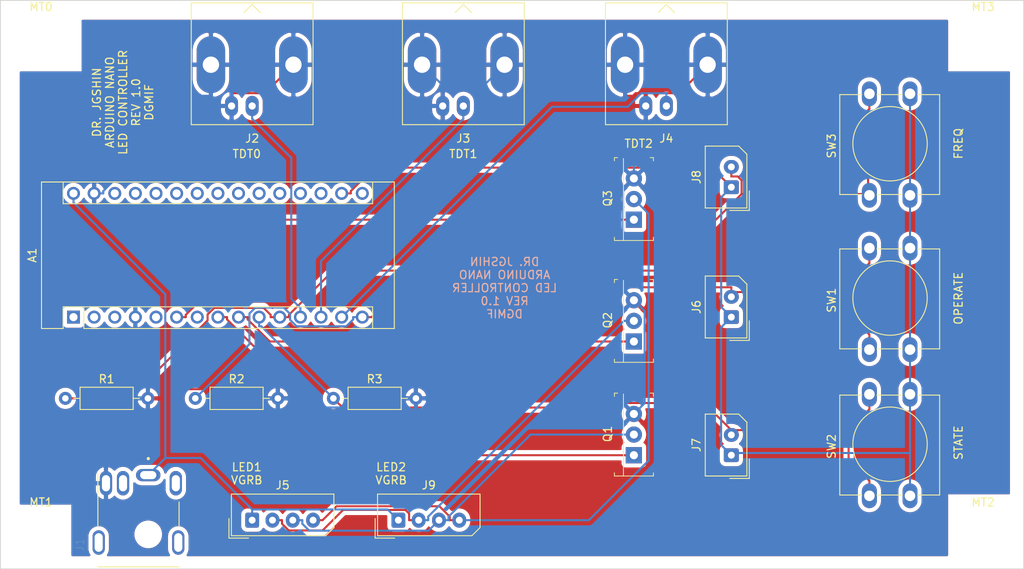
<source format=kicad_pcb>
(kicad_pcb (version 20171130) (host pcbnew "(5.1.6)-1")
  (layers (0 F.Cu signal hide) (31 B.Cu signal hide) (34 B.Paste user) (35 F.Paste user) (36 B.SilkS user) (37 F.SilkS user) (38 B.Mask user) (39 F.Mask user) (44 Edge.Cuts user))
  (net 0 "")
  (net 1 "Net-(A1-Pad16)")
  (net 2 /OPERATE)
  (net 3 +12V)
  (net 4 /TDTPIN2)
  (net 5 GND)
  (net 6 /TDTPIN1)
  (net 7 "Net-(A1-Pad28)")
  (net 8 /TDTPIN0)
  (net 9 +5V)
  (net 10 /FREQ)
  (net 11 "Net-(A1-Pad26)")
  (net 12 /STATE)
  (net 13 "Net-(A1-Pad25)")
  (net 14 /GREENPIN)
  (net 15 "Net-(A1-Pad24)")
  (net 16 /REDPIN)
  (net 17 "Net-(A1-Pad23)")
  (net 18 "Net-(A1-Pad7)")
  (net 19 "Net-(A1-Pad22)")
  (net 20 /BLUEPIN)
  (net 21 "Net-(A1-Pad21)")
  (net 22 "Net-(A1-Pad5)")
  (net 23 "Net-(A1-Pad20)")
  (net 24 "Net-(A1-Pad19)")
  (net 25 "Net-(A1-Pad3)")
  (net 26 "Net-(A1-Pad18)")
  (net 27 "Net-(A1-Pad2)")
  (net 28 +3V3)
  (net 29 "Net-(A1-Pad1)")
  (net 30 /BLUELED)
  (net 31 /REDLED)
  (net 32 /GREENLED)
  (module MountingHole:MountingHole_3.2mm_M3 (layer F.Cu) (at 191 136)
    (fp_text reference MT2 (at 0 -4.2) (layer F.SilkS))
    (fp_text value MountingHole_3.2mm_M3)
    (pad 1 np_thru_hole circle (at 0 0) (size 3.2 3.2) (drill 3.2) (layers *.Cu *.Mask))
  )
  (module MountingHole:MountingHole_3.2mm_M3 (layer F.Cu) (at 191 75)
    (fp_text reference MT3 (at 0 -4.2) (layer F.SilkS))
    (fp_text value MountingHole_3.2mm_M3)
    (pad 1 np_thru_hole circle (at 0 0) (size 3.2 3.2) (drill 3.2) (layers *.Cu *.Mask))
  )
  (module MountingHole:MountingHole_3.2mm_M3 (layer F.Cu) (at 75 75)
    (fp_text reference MT0 (at 0 -4.2) (layer F.SilkS))
    (fp_text value MountingHole_3.2mm_M3)
    (pad 1 np_thru_hole circle (at 0 0) (size 3.2 3.2) (drill 3.2) (layers *.Cu *.Mask))
  )
  (module MountingHole:MountingHole_3.2mm_M3 (layer F.Cu) (at 75 136)
    (fp_text reference MT1 (at 0 -4.2) (layer F.SilkS))
    (fp_text value MountingHole_3.2mm_M3)
    (pad 1 np_thru_hole circle (at 0 0) (size 3.2 3.2) (drill 3.2) (layers *.Cu *.Mask))
  )
  (module Button_Switch_THT:SW_PUSH-12mm (layer F.Cu) (at 177 94 90)
    (fp_text reference SW3 (at 6.08 -4.66 90) (layer F.SilkS))
    (fp_text value FREQ)
    (fp_line (start 0.1 -3.65) (end 12.4 -3.65) (layer F.SilkS) (width 0.12))
    (fp_line (start 12.4 0.93) (end 12.4 4.07) (layer F.SilkS) (width 0.12))
    (fp_line (start 12.4 8.65) (end 0.1 8.65) (layer F.SilkS) (width 0.12))
    (fp_line (start 0.1 -0.93) (end 0.1 -3.65) (layer F.SilkS) (width 0.12))
    (fp_circle (center 6.35 2.54) (end 10.16 5.08) (layer F.SilkS) (width 0.12))
    (fp_line (start 0.1 8.65) (end 0.1 5.93) (layer F.SilkS) (width 0.12))
    (fp_line (start 0.1 4.07) (end 0.1 0.93) (layer F.SilkS) (width 0.12))
    (fp_line (start 12.4 5.93) (end 12.4 8.65) (layer F.SilkS) (width 0.12))
    (fp_line (start 12.4 -3.65) (end 12.4 -0.93) (layer F.SilkS) (width 0.12))
    (pad 2 thru_hole oval (at 0 5 90) (size 3.048 1.85) (drill 1.3) (layers *.Cu *.Mask) (net 28 +3V3))
    (pad 1 thru_hole oval (at 0 0 90) (size 3.048 1.85) (drill 1.3) (layers *.Cu *.Mask) (net 10 /FREQ))
    (pad 2 thru_hole oval (at 12.5 5 90) (size 3.048 1.85) (drill 1.3) (layers *.Cu *.Mask) (net 28 +3V3))
    (pad 1 thru_hole oval (at 12.5 0 90) (size 3.048 1.85) (drill 1.3) (layers *.Cu *.Mask) (net 10 /FREQ))
  )
  (module Button_Switch_THT:SW_PUSH-12mm (layer F.Cu) (at 177 131 90)
    (fp_text reference SW2 (at 6.08 -4.66 90) (layer F.SilkS))
    (fp_text value STATE)
    (fp_line (start 0.1 -3.65) (end 12.4 -3.65) (layer F.SilkS) (width 0.12))
    (fp_line (start 12.4 0.93) (end 12.4 4.07) (layer F.SilkS) (width 0.12))
    (fp_line (start 12.4 8.65) (end 0.1 8.65) (layer F.SilkS) (width 0.12))
    (fp_line (start 0.1 -0.93) (end 0.1 -3.65) (layer F.SilkS) (width 0.12))
    (fp_circle (center 6.35 2.54) (end 10.16 5.08) (layer F.SilkS) (width 0.12))
    (fp_line (start 0.1 8.65) (end 0.1 5.93) (layer F.SilkS) (width 0.12))
    (fp_line (start 0.1 4.07) (end 0.1 0.93) (layer F.SilkS) (width 0.12))
    (fp_line (start 12.4 5.93) (end 12.4 8.65) (layer F.SilkS) (width 0.12))
    (fp_line (start 12.4 -3.65) (end 12.4 -0.93) (layer F.SilkS) (width 0.12))
    (pad 2 thru_hole oval (at 0 5 90) (size 3.048 1.85) (drill 1.3) (layers *.Cu *.Mask) (net 28 +3V3))
    (pad 1 thru_hole oval (at 0 0 90) (size 3.048 1.85) (drill 1.3) (layers *.Cu *.Mask) (net 12 /STATE))
    (pad 2 thru_hole oval (at 12.5 5 90) (size 3.048 1.85) (drill 1.3) (layers *.Cu *.Mask) (net 28 +3V3))
    (pad 1 thru_hole oval (at 12.5 0 90) (size 3.048 1.85) (drill 1.3) (layers *.Cu *.Mask) (net 12 /STATE))
  )
  (module Button_Switch_THT:SW_PUSH-12mm (layer F.Cu) (at 177 113 90)
    (fp_text reference SW1 (at 6.08 -4.66 90) (layer F.SilkS))
    (fp_text value OPERATE)
    (fp_line (start 0.1 -3.65) (end 12.4 -3.65) (layer F.SilkS) (width 0.12))
    (fp_line (start 12.4 0.93) (end 12.4 4.07) (layer F.SilkS) (width 0.12))
    (fp_line (start 12.4 8.65) (end 0.1 8.65) (layer F.SilkS) (width 0.12))
    (fp_line (start 0.1 -0.93) (end 0.1 -3.65) (layer F.SilkS) (width 0.12))
    (fp_circle (center 6.35 2.54) (end 10.16 5.08) (layer F.SilkS) (width 0.12))
    (fp_line (start 0.1 8.65) (end 0.1 5.93) (layer F.SilkS) (width 0.12))
    (fp_line (start 0.1 4.07) (end 0.1 0.93) (layer F.SilkS) (width 0.12))
    (fp_line (start 12.4 5.93) (end 12.4 8.65) (layer F.SilkS) (width 0.12))
    (fp_line (start 12.4 -3.65) (end 12.4 -0.93) (layer F.SilkS) (width 0.12))
    (pad 2 thru_hole oval (at 0 5 90) (size 3.048 1.85) (drill 1.3) (layers *.Cu *.Mask) (net 28 +3V3))
    (pad 1 thru_hole oval (at 0 0 90) (size 3.048 1.85) (drill 1.3) (layers *.Cu *.Mask) (net 2 /OPERATE))
    (pad 2 thru_hole oval (at 12.5 5 90) (size 3.048 1.85) (drill 1.3) (layers *.Cu *.Mask) (net 28 +3V3))
    (pad 1 thru_hole oval (at 12.5 0 90) (size 3.048 1.85) (drill 1.3) (layers *.Cu *.Mask) (net 2 /OPERATE))
  )
  (module Resistor_THT:R_Axial_DIN0207_L6.3mm_D2.5mm_P10.16mm_Horizontal (layer F.Cu) (at 111 119)
    (fp_text reference R3 (at 5.08 -2.37) (layer F.SilkS))
    (fp_text value 4.7K)
    (fp_line (start 1.81 -1.37) (end 1.81 1.37) (layer F.SilkS) (width 0.12))
    (fp_line (start 1.81 1.37) (end 8.35 1.37) (layer F.SilkS) (width 0.12))
    (fp_line (start 8.35 1.37) (end 8.35 -1.37) (layer F.SilkS) (width 0.12))
    (fp_line (start 8.35 -1.37) (end 1.81 -1.37) (layer F.SilkS) (width 0.12))
    (fp_line (start 1.04 0) (end 1.81 0) (layer F.SilkS) (width 0.12))
    (fp_line (start 9.12 0) (end 8.35 0) (layer F.SilkS) (width 0.12))
    (pad 2 thru_hole oval (at 10.16 0) (size 1.6 1.6) (drill 0.8) (layers *.Cu *.Mask) (net 5 GND))
    (pad 1 thru_hole circle (at 0 0) (size 1.6 1.6) (drill 0.8) (layers *.Cu *.Mask) (net 12 /STATE))
  )
  (module Resistor_THT:R_Axial_DIN0207_L6.3mm_D2.5mm_P10.16mm_Horizontal (layer F.Cu) (at 94 119)
    (fp_text reference R2 (at 5.08 -2.37) (layer F.SilkS))
    (fp_text value 4.7K)
    (fp_line (start 1.81 -1.37) (end 1.81 1.37) (layer F.SilkS) (width 0.12))
    (fp_line (start 1.81 1.37) (end 8.35 1.37) (layer F.SilkS) (width 0.12))
    (fp_line (start 8.35 1.37) (end 8.35 -1.37) (layer F.SilkS) (width 0.12))
    (fp_line (start 8.35 -1.37) (end 1.81 -1.37) (layer F.SilkS) (width 0.12))
    (fp_line (start 1.04 0) (end 1.81 0) (layer F.SilkS) (width 0.12))
    (fp_line (start 9.12 0) (end 8.35 0) (layer F.SilkS) (width 0.12))
    (pad 2 thru_hole oval (at 10.16 0) (size 1.6 1.6) (drill 0.8) (layers *.Cu *.Mask) (net 5 GND))
    (pad 1 thru_hole circle (at 0 0) (size 1.6 1.6) (drill 0.8) (layers *.Cu *.Mask) (net 2 /OPERATE))
  )
  (module Resistor_THT:R_Axial_DIN0207_L6.3mm_D2.5mm_P10.16mm_Horizontal (layer F.Cu) (at 78 119)
    (fp_text reference R1 (at 5.08 -2.37) (layer F.SilkS))
    (fp_text value 4.7K)
    (fp_line (start 1.81 -1.37) (end 1.81 1.37) (layer F.SilkS) (width 0.12))
    (fp_line (start 1.81 1.37) (end 8.35 1.37) (layer F.SilkS) (width 0.12))
    (fp_line (start 8.35 1.37) (end 8.35 -1.37) (layer F.SilkS) (width 0.12))
    (fp_line (start 8.35 -1.37) (end 1.81 -1.37) (layer F.SilkS) (width 0.12))
    (fp_line (start 1.04 0) (end 1.81 0) (layer F.SilkS) (width 0.12))
    (fp_line (start 9.12 0) (end 8.35 0) (layer F.SilkS) (width 0.12))
    (pad 2 thru_hole oval (at 10.16 0) (size 1.6 1.6) (drill 0.8) (layers *.Cu *.Mask) (net 5 GND))
    (pad 1 thru_hole circle (at 0 0) (size 1.6 1.6) (drill 0.8) (layers *.Cu *.Mask) (net 10 /FREQ))
  )
  (module digikey-footprints:TO-220-3 (layer F.Cu) (at 148 97 90)
    (fp_text reference Q3 (at 2.62 -3.22 90) (layer F.SilkS))
    (fp_text value IRF510PBF)
    (fp_line (start -2.56 -1.29) (end 7.54 -1.29) (layer F.SilkS) (width 0.1))
    (fp_line (start 7.64 2.4) (end 7.64 2) (layer F.SilkS) (width 0.1))
    (fp_line (start 7.64 2.4) (end 7.24 2.4) (layer F.SilkS) (width 0.1))
    (fp_line (start -2.56 2.4) (end -2.56 -2) (layer F.SilkS) (width 0.1))
    (fp_line (start -2.56 2.4) (end -2.16 2.4) (layer F.SilkS) (width 0.1))
    (fp_line (start -2.56 -2.4) (end -2.56 -2) (layer F.SilkS) (width 0.1))
    (fp_line (start -2.56 -2.4) (end -2.16 -2.4) (layer F.SilkS) (width 0.1))
    (fp_line (start 7.24 -2.4) (end 7.64 -2.4) (layer F.SilkS) (width 0.1))
    (fp_line (start 7.64 -2.4) (end 7.64 -2) (layer F.SilkS) (width 0.1))
    (pad 3 thru_hole circle (at 5.08 0 90) (size 2 2) (drill 1) (layers *.Cu *.Mask) (net 5 GND))
    (pad 2 thru_hole circle (at 2.54 0 90) (size 2 2) (drill 1) (layers *.Cu *.Mask) (net 30 /BLUELED))
    (pad 1 thru_hole rect (at 0 0 90) (size 2 2) (drill 1) (layers *.Cu *.Mask) (net 20 /BLUEPIN))
  )
  (module digikey-footprints:TO-220-3 (layer F.Cu) (at 148 112 90)
    (fp_text reference Q2 (at 2.62 -3.22 90) (layer F.SilkS))
    (fp_text value IRF510PBF)
    (fp_line (start -2.56 -1.29) (end 7.54 -1.29) (layer F.SilkS) (width 0.1))
    (fp_line (start 7.64 2.4) (end 7.64 2) (layer F.SilkS) (width 0.1))
    (fp_line (start 7.64 2.4) (end 7.24 2.4) (layer F.SilkS) (width 0.1))
    (fp_line (start -2.56 2.4) (end -2.56 -2) (layer F.SilkS) (width 0.1))
    (fp_line (start -2.56 2.4) (end -2.16 2.4) (layer F.SilkS) (width 0.1))
    (fp_line (start -2.56 -2.4) (end -2.56 -2) (layer F.SilkS) (width 0.1))
    (fp_line (start -2.56 -2.4) (end -2.16 -2.4) (layer F.SilkS) (width 0.1))
    (fp_line (start 7.24 -2.4) (end 7.64 -2.4) (layer F.SilkS) (width 0.1))
    (fp_line (start 7.64 -2.4) (end 7.64 -2) (layer F.SilkS) (width 0.1))
    (pad 3 thru_hole circle (at 5.08 0 90) (size 2 2) (drill 1) (layers *.Cu *.Mask) (net 5 GND))
    (pad 2 thru_hole circle (at 2.54 0 90) (size 2 2) (drill 1) (layers *.Cu *.Mask) (net 32 /GREENLED))
    (pad 1 thru_hole rect (at 0 0 90) (size 2 2) (drill 1) (layers *.Cu *.Mask) (net 14 /GREENPIN))
  )
  (module digikey-footprints:TO-220-3 (layer F.Cu) (at 148 126 90)
    (fp_text reference Q1 (at 2.62 -3.22 90) (layer F.SilkS))
    (fp_text value IRF510PBF)
    (fp_line (start -2.56 -1.29) (end 7.54 -1.29) (layer F.SilkS) (width 0.1))
    (fp_line (start 7.64 2.4) (end 7.64 2) (layer F.SilkS) (width 0.1))
    (fp_line (start 7.64 2.4) (end 7.24 2.4) (layer F.SilkS) (width 0.1))
    (fp_line (start -2.56 2.4) (end -2.56 -2) (layer F.SilkS) (width 0.1))
    (fp_line (start -2.56 2.4) (end -2.16 2.4) (layer F.SilkS) (width 0.1))
    (fp_line (start -2.56 -2.4) (end -2.56 -2) (layer F.SilkS) (width 0.1))
    (fp_line (start -2.56 -2.4) (end -2.16 -2.4) (layer F.SilkS) (width 0.1))
    (fp_line (start 7.24 -2.4) (end 7.64 -2.4) (layer F.SilkS) (width 0.1))
    (fp_line (start 7.64 -2.4) (end 7.64 -2) (layer F.SilkS) (width 0.1))
    (pad 3 thru_hole circle (at 5.08 0 90) (size 2 2) (drill 1) (layers *.Cu *.Mask) (net 5 GND))
    (pad 2 thru_hole circle (at 2.54 0 90) (size 2 2) (drill 1) (layers *.Cu *.Mask) (net 31 /REDLED))
    (pad 1 thru_hole rect (at 0 0 90) (size 2 2) (drill 1) (layers *.Cu *.Mask) (net 16 /REDPIN))
  )
  (module Connector_Molex:Molex_SPOX_5267-04A_1x04_P2.50mm_Vertical (layer F.Cu) (at 119 134)
    (fp_text reference J9 (at 3.75 -4.3) (layer F.SilkS))
    (fp_text value LED2)
    (fp_line (start -2.56 -3.21) (end -2.56 1.91) (layer F.SilkS) (width 0.12))
    (fp_line (start -2.56 1.91) (end 9.06 1.91) (layer F.SilkS) (width 0.12))
    (fp_line (start 9.06 1.91) (end 10.06 0.91) (layer F.SilkS) (width 0.12))
    (fp_line (start 10.06 0.91) (end 10.06 -3.21) (layer F.SilkS) (width 0.12))
    (fp_line (start 10.06 -3.21) (end -2.56 -3.21) (layer F.SilkS) (width 0.12))
    (fp_line (start -2.86 -0.2) (end -2.86 2.21) (layer F.SilkS) (width 0.12))
    (fp_line (start -2.86 2.21) (end -0.45 2.21) (layer F.SilkS) (width 0.12))
    (pad 4 thru_hole oval (at 7.5 0) (size 1.7 1.85) (drill 0.85) (layers *.Cu *.Mask) (net 30 /BLUELED))
    (pad 3 thru_hole oval (at 5 0) (size 1.7 1.85) (drill 0.85) (layers *.Cu *.Mask) (net 31 /REDLED))
    (pad 2 thru_hole oval (at 2.5 0) (size 1.7 1.85) (drill 0.85) (layers *.Cu *.Mask) (net 32 /GREENLED))
    (pad 1 thru_hole roundrect (at 0 0) (size 1.7 1.85) (drill 0.85) (layers *.Cu *.Mask) (roundrect_rratio 0.147059) (net 3 +12V))
  )
  (module Connector_Molex:Molex_SPOX_5267-02A_1x02_P2.50mm_Vertical (layer F.Cu) (at 160 93 90)
    (fp_text reference J8 (at 1.25 -4.3 90) (layer F.SilkS))
    (fp_text value FREQ)
    (fp_line (start -2.56 -3.21) (end -2.56 1.91) (layer F.SilkS) (width 0.12))
    (fp_line (start -2.56 1.91) (end 4.06 1.91) (layer F.SilkS) (width 0.12))
    (fp_line (start 4.06 1.91) (end 5.06 0.91) (layer F.SilkS) (width 0.12))
    (fp_line (start 5.06 0.91) (end 5.06 -3.21) (layer F.SilkS) (width 0.12))
    (fp_line (start 5.06 -3.21) (end -2.56 -3.21) (layer F.SilkS) (width 0.12))
    (fp_line (start -2.86 -0.2) (end -2.86 2.21) (layer F.SilkS) (width 0.12))
    (fp_line (start -2.86 2.21) (end -0.45 2.21) (layer F.SilkS) (width 0.12))
    (pad 2 thru_hole oval (at 2.5 0 90) (size 1.7 1.85) (drill 0.85) (layers *.Cu *.Mask) (net 10 /FREQ))
    (pad 1 thru_hole roundrect (at 0 0 90) (size 1.7 1.85) (drill 0.85) (layers *.Cu *.Mask) (roundrect_rratio 0.147059) (net 28 +3V3))
  )
  (module Connector_Molex:Molex_SPOX_5267-02A_1x02_P2.50mm_Vertical (layer F.Cu) (at 160 126 90)
    (fp_text reference J7 (at 1.25 -4.3 90) (layer F.SilkS))
    (fp_text value STATE)
    (fp_line (start -2.56 -3.21) (end -2.56 1.91) (layer F.SilkS) (width 0.12))
    (fp_line (start -2.56 1.91) (end 4.06 1.91) (layer F.SilkS) (width 0.12))
    (fp_line (start 4.06 1.91) (end 5.06 0.91) (layer F.SilkS) (width 0.12))
    (fp_line (start 5.06 0.91) (end 5.06 -3.21) (layer F.SilkS) (width 0.12))
    (fp_line (start 5.06 -3.21) (end -2.56 -3.21) (layer F.SilkS) (width 0.12))
    (fp_line (start -2.86 -0.2) (end -2.86 2.21) (layer F.SilkS) (width 0.12))
    (fp_line (start -2.86 2.21) (end -0.45 2.21) (layer F.SilkS) (width 0.12))
    (pad 2 thru_hole oval (at 2.5 0 90) (size 1.7 1.85) (drill 0.85) (layers *.Cu *.Mask) (net 12 /STATE))
    (pad 1 thru_hole roundrect (at 0 0 90) (size 1.7 1.85) (drill 0.85) (layers *.Cu *.Mask) (roundrect_rratio 0.147059) (net 28 +3V3))
  )
  (module Connector_Molex:Molex_SPOX_5267-02A_1x02_P2.50mm_Vertical (layer F.Cu) (at 160 109 90)
    (fp_text reference J6 (at 1.25 -4.3 90) (layer F.SilkS))
    (fp_text value OPERATE)
    (fp_line (start -2.56 -3.21) (end -2.56 1.91) (layer F.SilkS) (width 0.12))
    (fp_line (start -2.56 1.91) (end 4.06 1.91) (layer F.SilkS) (width 0.12))
    (fp_line (start 4.06 1.91) (end 5.06 0.91) (layer F.SilkS) (width 0.12))
    (fp_line (start 5.06 0.91) (end 5.06 -3.21) (layer F.SilkS) (width 0.12))
    (fp_line (start 5.06 -3.21) (end -2.56 -3.21) (layer F.SilkS) (width 0.12))
    (fp_line (start -2.86 -0.2) (end -2.86 2.21) (layer F.SilkS) (width 0.12))
    (fp_line (start -2.86 2.21) (end -0.45 2.21) (layer F.SilkS) (width 0.12))
    (pad 2 thru_hole oval (at 2.5 0 90) (size 1.7 1.85) (drill 0.85) (layers *.Cu *.Mask) (net 2 /OPERATE))
    (pad 1 thru_hole roundrect (at 0 0 90) (size 1.7 1.85) (drill 0.85) (layers *.Cu *.Mask) (roundrect_rratio 0.147059) (net 28 +3V3))
  )
  (module Connector_Molex:Molex_SPOX_5267-04A_1x04_P2.50mm_Vertical (layer F.Cu) (at 101 134)
    (fp_text reference J5 (at 3.75 -4.3) (layer F.SilkS))
    (fp_text value LED1)
    (fp_line (start -2.56 -3.21) (end -2.56 1.91) (layer F.SilkS) (width 0.12))
    (fp_line (start -2.56 1.91) (end 9.06 1.91) (layer F.SilkS) (width 0.12))
    (fp_line (start 9.06 1.91) (end 10.06 0.91) (layer F.SilkS) (width 0.12))
    (fp_line (start 10.06 0.91) (end 10.06 -3.21) (layer F.SilkS) (width 0.12))
    (fp_line (start 10.06 -3.21) (end -2.56 -3.21) (layer F.SilkS) (width 0.12))
    (fp_line (start -2.86 -0.2) (end -2.86 2.21) (layer F.SilkS) (width 0.12))
    (fp_line (start -2.86 2.21) (end -0.45 2.21) (layer F.SilkS) (width 0.12))
    (pad 4 thru_hole oval (at 7.5 0) (size 1.7 1.85) (drill 0.85) (layers *.Cu *.Mask) (net 30 /BLUELED))
    (pad 3 thru_hole oval (at 5 0) (size 1.7 1.85) (drill 0.85) (layers *.Cu *.Mask) (net 31 /REDLED))
    (pad 2 thru_hole oval (at 2.5 0) (size 1.7 1.85) (drill 0.85) (layers *.Cu *.Mask) (net 32 /GREENLED))
    (pad 1 thru_hole roundrect (at 0 0) (size 1.7 1.85) (drill 0.85) (layers *.Cu *.Mask) (roundrect_rratio 0.147059) (net 3 +12V))
  )
  (module Connector_Coaxial:BNC_Amphenol_B6252HB-NPP3G-50_Horizontal (layer F.Cu) (at 152 83)
    (fp_text reference J4 (at 0 4) (layer F.SilkS))
    (fp_text value TDT2)
    (fp_line (start -7.5 -12.7) (end 7.5 -12.7) (layer F.SilkS) (width 0.12))
    (fp_line (start 7.5 -12.7) (end 7.5 2.3) (layer F.SilkS) (width 0.12))
    (fp_line (start 7.5 2.3) (end -7.5 2.3) (layer F.SilkS) (width 0.12))
    (fp_line (start -7.5 2.3) (end -7.5 -12.7) (layer F.SilkS) (width 0.12))
    (fp_line (start 0 -12.5) (end -1 -11.5) (layer F.SilkS) (width 0.12))
    (fp_line (start 0 -12.5) (end 1 -11.5) (layer F.SilkS) (width 0.12))
    (pad 2 thru_hole oval (at -2.54 0) (size 1.6 2.5) (drill 0.89) (layers *.Cu *.Mask) (net 5 GND))
    (pad 1 thru_hole oval (at 0 0) (size 1.6 2.5) (drill 0.89) (layers *.Cu *.Mask) (net 4 /TDTPIN2))
    (pad 2 thru_hole oval (at 5.08 -5.08) (size 3.5 7) (drill 2.01) (layers *.Cu *.Mask) (net 5 GND))
    (pad 2 thru_hole oval (at -5.08 -5.08) (size 3.5 7) (drill 2.01) (layers *.Cu *.Mask) (net 5 GND))
  )
  (module Connector_Coaxial:BNC_Amphenol_B6252HB-NPP3G-50_Horizontal (layer F.Cu) (at 127 83)
    (fp_text reference J3 (at 0 4) (layer F.SilkS))
    (fp_text value TDT1)
    (fp_line (start -7.5 -12.7) (end 7.5 -12.7) (layer F.SilkS) (width 0.12))
    (fp_line (start 7.5 -12.7) (end 7.5 2.3) (layer F.SilkS) (width 0.12))
    (fp_line (start 7.5 2.3) (end -7.5 2.3) (layer F.SilkS) (width 0.12))
    (fp_line (start -7.5 2.3) (end -7.5 -12.7) (layer F.SilkS) (width 0.12))
    (fp_line (start 0 -12.5) (end -1 -11.5) (layer F.SilkS) (width 0.12))
    (fp_line (start 0 -12.5) (end 1 -11.5) (layer F.SilkS) (width 0.12))
    (pad 2 thru_hole oval (at -2.54 0) (size 1.6 2.5) (drill 0.89) (layers *.Cu *.Mask) (net 5 GND))
    (pad 1 thru_hole oval (at 0 0) (size 1.6 2.5) (drill 0.89) (layers *.Cu *.Mask) (net 6 /TDTPIN1))
    (pad 2 thru_hole oval (at 5.08 -5.08) (size 3.5 7) (drill 2.01) (layers *.Cu *.Mask) (net 5 GND))
    (pad 2 thru_hole oval (at -5.08 -5.08) (size 3.5 7) (drill 2.01) (layers *.Cu *.Mask) (net 5 GND))
  )
  (module Connector_Coaxial:BNC_Amphenol_B6252HB-NPP3G-50_Horizontal (layer F.Cu) (at 101 83)
    (fp_text reference J2 (at 0 4) (layer F.SilkS))
    (fp_text value TDT0)
    (fp_line (start -7.5 -12.7) (end 7.5 -12.7) (layer F.SilkS) (width 0.12))
    (fp_line (start 7.5 -12.7) (end 7.5 2.3) (layer F.SilkS) (width 0.12))
    (fp_line (start 7.5 2.3) (end -7.5 2.3) (layer F.SilkS) (width 0.12))
    (fp_line (start -7.5 2.3) (end -7.5 -12.7) (layer F.SilkS) (width 0.12))
    (fp_line (start 0 -12.5) (end -1 -11.5) (layer F.SilkS) (width 0.12))
    (fp_line (start 0 -12.5) (end 1 -11.5) (layer F.SilkS) (width 0.12))
    (pad 2 thru_hole oval (at -2.54 0) (size 1.6 2.5) (drill 0.89) (layers *.Cu *.Mask) (net 5 GND))
    (pad 1 thru_hole oval (at 0 0) (size 1.6 2.5) (drill 0.89) (layers *.Cu *.Mask) (net 8 /TDTPIN0))
    (pad 2 thru_hole oval (at 5.08 -5.08) (size 3.5 7) (drill 2.01) (layers *.Cu *.Mask) (net 5 GND))
    (pad 2 thru_hole oval (at -5.08 -5.08) (size 3.5 7) (drill 2.01) (layers *.Cu *.Mask) (net 5 GND))
  )
  (module PJ-076:CUI_PJ-076 (layer F.Cu) (at 87 134 90)
    (fp_text reference J1 (at -3.05329 -7.2235 90) (layer F.SilkS) (effects (font (size 1.001732 1.001732) (thickness 0.015))))
    (fp_text value Jack-DC)
    (fp_circle (center 7.58 1.21) (end 7.68 1.21) (layer F.SilkS) (width 0.2))
    (fp_line (start -5.75 -5) (end -5.75 5) (layer F.SilkS) (width 0.127))
    (fp_line (start 5.75 -5) (end -0.67 -5) (layer F.SilkS) (width 0.127))
    (fp_line (start -0.67 5) (end 2.25 5) (layer F.SilkS) (width 0.127))
    (pad 6 thru_hole oval (at -2.75 4.9 90) (size 3.016 1.508) (drill oval 2.3 1) (layers *.Cu *.Mask))
    (pad 5 thru_hole oval (at -2.75 -4.9 90) (size 3.016 1.508) (drill oval 2.3 1) (layers *.Cu *.Mask))
    (pad 4 thru_hole oval (at 4.55 4.6 90) (size 3.016 1.508) (drill oval 2 1) (layers *.Cu *.Mask))
    (pad None np_thru_hole circle (at -1.75 1.2 90) (size 2.4 2.4) (drill 2.4) (layers *.Cu *.Mask))
    (pad 2 thru_hole oval (at 4.55 -4 90) (size 3.016 1.508) (drill oval 2 1) (layers *.Cu *.Mask) (net 5 GND))
    (pad 3 thru_hole oval (at 4.55 -1.9 90) (size 3.016 1.508) (drill oval 2 1) (layers *.Cu *.Mask))
    (pad 1 thru_hole oval (at 5.55 1.2 90) (size 1.508 3.016) (drill oval 1 2) (layers *.Cu *.Mask) (net 3 +12V))
  )
  (module Module:Arduino_Nano (layer F.Cu) (at 79 109 90)
    (fp_text reference A1 (at 7.62 -5.08 90) (layer F.SilkS))
    (fp_text value Arduino_Nano_v3.x)
    (fp_line (start 1.27 1.27) (end 1.27 -1.27) (layer F.SilkS) (width 0.12))
    (fp_line (start 1.27 -1.27) (end -1.4 -1.27) (layer F.SilkS) (width 0.12))
    (fp_line (start -1.4 1.27) (end -1.4 39.5) (layer F.SilkS) (width 0.12))
    (fp_line (start -1.4 -3.94) (end -1.4 -1.27) (layer F.SilkS) (width 0.12))
    (fp_line (start 13.97 -1.27) (end 16.64 -1.27) (layer F.SilkS) (width 0.12))
    (fp_line (start 13.97 -1.27) (end 13.97 36.83) (layer F.SilkS) (width 0.12))
    (fp_line (start 13.97 36.83) (end 16.64 36.83) (layer F.SilkS) (width 0.12))
    (fp_line (start 1.27 1.27) (end -1.4 1.27) (layer F.SilkS) (width 0.12))
    (fp_line (start 1.27 1.27) (end 1.27 36.83) (layer F.SilkS) (width 0.12))
    (fp_line (start 1.27 36.83) (end -1.4 36.83) (layer F.SilkS) (width 0.12))
    (fp_line (start -1.4 39.5) (end 16.64 39.5) (layer F.SilkS) (width 0.12))
    (fp_line (start 16.64 39.5) (end 16.64 -3.94) (layer F.SilkS) (width 0.12))
    (fp_line (start 16.64 -3.94) (end -1.4 -3.94) (layer F.SilkS) (width 0.12))
    (pad 16 thru_hole oval (at 15.24 35.56 90) (size 1.6 1.6) (drill 1) (layers *.Cu *.Mask) (net 1 "Net-(A1-Pad16)"))
    (pad 15 thru_hole oval (at 0 35.56 90) (size 1.6 1.6) (drill 1) (layers *.Cu *.Mask) (net 2 /OPERATE))
    (pad 30 thru_hole oval (at 15.24 0 90) (size 1.6 1.6) (drill 1) (layers *.Cu *.Mask) (net 3 +12V))
    (pad 14 thru_hole oval (at 0 33.02 90) (size 1.6 1.6) (drill 1) (layers *.Cu *.Mask) (net 4 /TDTPIN2))
    (pad 29 thru_hole oval (at 15.24 2.54 90) (size 1.6 1.6) (drill 1) (layers *.Cu *.Mask) (net 5 GND))
    (pad 13 thru_hole oval (at 0 30.48 90) (size 1.6 1.6) (drill 1) (layers *.Cu *.Mask) (net 6 /TDTPIN1))
    (pad 28 thru_hole oval (at 15.24 5.08 90) (size 1.6 1.6) (drill 1) (layers *.Cu *.Mask) (net 7 "Net-(A1-Pad28)"))
    (pad 12 thru_hole oval (at 0 27.94 90) (size 1.6 1.6) (drill 1) (layers *.Cu *.Mask) (net 8 /TDTPIN0))
    (pad 27 thru_hole oval (at 15.24 7.62 90) (size 1.6 1.6) (drill 1) (layers *.Cu *.Mask) (net 9 +5V))
    (pad 11 thru_hole oval (at 0 25.4 90) (size 1.6 1.6) (drill 1) (layers *.Cu *.Mask) (net 10 /FREQ))
    (pad 26 thru_hole oval (at 15.24 10.16 90) (size 1.6 1.6) (drill 1) (layers *.Cu *.Mask) (net 11 "Net-(A1-Pad26)"))
    (pad 10 thru_hole oval (at 0 22.86 90) (size 1.6 1.6) (drill 1) (layers *.Cu *.Mask) (net 12 /STATE))
    (pad 25 thru_hole oval (at 15.24 12.7 90) (size 1.6 1.6) (drill 1) (layers *.Cu *.Mask) (net 13 "Net-(A1-Pad25)"))
    (pad 9 thru_hole oval (at 0 20.32 90) (size 1.6 1.6) (drill 1) (layers *.Cu *.Mask) (net 14 /GREENPIN))
    (pad 24 thru_hole oval (at 15.24 15.24 90) (size 1.6 1.6) (drill 1) (layers *.Cu *.Mask) (net 15 "Net-(A1-Pad24)"))
    (pad 8 thru_hole oval (at 0 17.78 90) (size 1.6 1.6) (drill 1) (layers *.Cu *.Mask) (net 16 /REDPIN))
    (pad 23 thru_hole oval (at 15.24 17.78 90) (size 1.6 1.6) (drill 1) (layers *.Cu *.Mask) (net 17 "Net-(A1-Pad23)"))
    (pad 7 thru_hole oval (at 0 15.24 90) (size 1.6 1.6) (drill 1) (layers *.Cu *.Mask) (net 18 "Net-(A1-Pad7)"))
    (pad 22 thru_hole oval (at 15.24 20.32 90) (size 1.6 1.6) (drill 1) (layers *.Cu *.Mask) (net 19 "Net-(A1-Pad22)"))
    (pad 6 thru_hole oval (at 0 12.7 90) (size 1.6 1.6) (drill 1) (layers *.Cu *.Mask) (net 20 /BLUEPIN))
    (pad 21 thru_hole oval (at 15.24 22.86 90) (size 1.6 1.6) (drill 1) (layers *.Cu *.Mask) (net 21 "Net-(A1-Pad21)"))
    (pad 5 thru_hole oval (at 0 10.16 90) (size 1.6 1.6) (drill 1) (layers *.Cu *.Mask) (net 22 "Net-(A1-Pad5)"))
    (pad 20 thru_hole oval (at 15.24 25.4 90) (size 1.6 1.6) (drill 1) (layers *.Cu *.Mask) (net 23 "Net-(A1-Pad20)"))
    (pad 4 thru_hole oval (at 0 7.62 90) (size 1.6 1.6) (drill 1) (layers *.Cu *.Mask) (net 5 GND))
    (pad 19 thru_hole oval (at 15.24 27.94 90) (size 1.6 1.6) (drill 1) (layers *.Cu *.Mask) (net 24 "Net-(A1-Pad19)"))
    (pad 3 thru_hole oval (at 0 5.08 90) (size 1.6 1.6) (drill 1) (layers *.Cu *.Mask) (net 25 "Net-(A1-Pad3)"))
    (pad 18 thru_hole oval (at 15.24 30.48 90) (size 1.6 1.6) (drill 1) (layers *.Cu *.Mask) (net 26 "Net-(A1-Pad18)"))
    (pad 2 thru_hole oval (at 0 2.54 90) (size 1.6 1.6) (drill 1) (layers *.Cu *.Mask) (net 27 "Net-(A1-Pad2)"))
    (pad 17 thru_hole oval (at 15.24 33.02 90) (size 1.6 1.6) (drill 1) (layers *.Cu *.Mask) (net 28 +3V3))
    (pad 1 thru_hole rect (at 0 0 90) (size 1.6 1.6) (drill 1) (layers *.Cu *.Mask) (net 29 "Net-(A1-Pad1)"))
  )
  (gr_text "LED2\nVGRB" (at 118.11 128.27) (layer F.SilkS) (effects (font (size 1 1))))
  (gr_text "LED1\nVGRB" (at 100.33 128.27) (layer F.SilkS) (effects (font (size 1 1))))
  (gr_text FREQ (at 187.96 87.63 90) (layer F.SilkS) (effects (font (size 1 1))))
  (gr_text OPERATE (at 187.96 106.68 90) (layer F.SilkS) (effects (font (size 1 1))))
  (gr_text STATE (at 187.96 124.46 90) (layer F.SilkS) (effects (font (size 1 1))))
  (gr_text TDT2 (at 148.59 87.63) (layer F.SilkS) (effects (font (size 1 1))))
  (gr_text TDT1 (at 127 88.9) (layer F.SilkS) (effects (font (size 1 1))))
  (gr_text TDT0 (at 100.33 88.9) (layer F.SilkS) (effects (font (size 1 1))))
  (gr_text "DR. JGSHIN\nARDUINO NANO\nLED CONTROLLER\nREV 1.0\nDGMIF\n" (at 132.08 105.41) (layer B.SilkS) (effects (font (size 1 1)) (justify mirror)))
  (gr_text "DR. JGSHIN\nARDUINO NANO\nLED CONTROLLER\nREV 1.0\nDGMIF\n" (at 85.09 82.55 90) (layer F.SilkS) (effects (font (size 1 1))))
  (gr_line (start 196 70) (end 196 140) (layer Edge.Cuts) (width 0.1))
  (gr_line (start 70 70) (end 196 70) (layer Edge.Cuts) (width 0.1))
  (gr_line (start 70 140) (end 70 70) (layer Edge.Cuts) (width 0.1))
  (gr_line (start 196 140) (end 70 140) (layer Edge.Cuts) (width 0.1))
  (segment (start 173.437 105.9123) (end 177 102.3493) (width 0.25) (layer F.Cu) (net 2))
  (segment (start 160 105.9123) (end 173.437 105.9123) (width 0.25) (layer F.Cu) (net 2))
  (segment (start 173.437 105.9123) (end 173.437 107.5877) (width 0.25) (layer F.Cu) (net 2))
  (segment (start 173.437 107.5877) (end 177 111.1507) (width 0.25) (layer F.Cu) (net 2))
  (segment (start 177 113) (end 177 111.1507) (width 0.25) (layer F.Cu) (net 2))
  (segment (start 177 100.5) (end 177 102.3493) (width 0.25) (layer F.Cu) (net 2))
  (segment (start 160 105.9123) (end 160 105.3247) (width 0.25) (layer F.Cu) (net 2))
  (segment (start 160 106.5) (end 160 105.9123) (width 0.25) (layer F.Cu) (net 2))
  (segment (start 114.56 109) (end 115.6853 109) (width 0.25) (layer F.Cu) (net 2))
  (segment (start 115.6853 109) (end 119.3606 105.3247) (width 0.25) (layer F.Cu) (net 2))
  (segment (start 119.3606 105.3247) (end 160 105.3247) (width 0.25) (layer F.Cu) (net 2))
  (segment (start 114.56 109) (end 113.4347 109) (width 0.25) (layer B.Cu) (net 2))
  (segment (start 113.4347 109) (end 113.4347 109.2813) (width 0.25) (layer B.Cu) (net 2))
  (segment (start 113.4347 109.2813) (end 112.5906 110.1254) (width 0.25) (layer B.Cu) (net 2))
  (segment (start 112.5906 110.1254) (end 106.4679 110.1254) (width 0.25) (layer B.Cu) (net 2))
  (segment (start 106.4679 110.1254) (end 105.67 109.3275) (width 0.25) (layer B.Cu) (net 2))
  (segment (start 105.67 109.3275) (end 105.67 108.6105) (width 0.25) (layer B.Cu) (net 2))
  (segment (start 105.67 108.6105) (end 104.8795 107.82) (width 0.25) (layer B.Cu) (net 2))
  (segment (start 104.8795 107.82) (end 101.3963 107.82) (width 0.25) (layer B.Cu) (net 2))
  (segment (start 101.3963 107.82) (end 100.6639 108.5524) (width 0.25) (layer B.Cu) (net 2))
  (segment (start 100.6639 108.5524) (end 100.6639 112.3361) (width 0.25) (layer B.Cu) (net 2))
  (segment (start 100.6639 112.3361) (end 94 119) (width 0.25) (layer B.Cu) (net 2))
  (segment (start 90.303 126.347) (end 88.2 128.45) (width 0.25) (layer B.Cu) (net 3))
  (segment (start 79 94.8853) (end 90.303 106.1883) (width 0.25) (layer B.Cu) (net 3))
  (segment (start 90.303 106.1883) (end 90.303 126.347) (width 0.25) (layer B.Cu) (net 3))
  (segment (start 90.303 126.347) (end 94.6668 126.347) (width 0.25) (layer B.Cu) (net 3))
  (segment (start 94.6668 126.347) (end 101 132.6802) (width 0.25) (layer B.Cu) (net 3))
  (segment (start 101 132.6802) (end 117.6802 132.6802) (width 0.25) (layer B.Cu) (net 3))
  (segment (start 117.6802 132.6802) (end 119 134) (width 0.25) (layer B.Cu) (net 3))
  (segment (start 101 134) (end 101 132.6802) (width 0.25) (layer B.Cu) (net 3))
  (segment (start 79 93.76) (end 79 94.8853) (width 0.25) (layer B.Cu) (net 3))
  (segment (start 152 83) (end 152 81.4247) (width 0.25) (layer B.Cu) (net 4))
  (segment (start 112.02 109) (end 137.9156 83.1044) (width 0.25) (layer B.Cu) (net 4))
  (segment (start 137.9156 83.1044) (end 147.2403 83.1044) (width 0.25) (layer B.Cu) (net 4))
  (segment (start 147.2403 83.1044) (end 148.92 81.4247) (width 0.25) (layer B.Cu) (net 4))
  (segment (start 148.92 81.4247) (end 152 81.4247) (width 0.25) (layer B.Cu) (net 4))
  (segment (start 157.08 77.92) (end 153.5753 81.4247) (width 0.25) (layer F.Cu) (net 5))
  (segment (start 153.5753 81.4247) (end 149.46 81.4247) (width 0.25) (layer F.Cu) (net 5))
  (segment (start 146.92 77.92) (end 146.92 81.7453) (width 0.25) (layer F.Cu) (net 5))
  (segment (start 146.92 81.7453) (end 147.883 81.7453) (width 0.25) (layer F.Cu) (net 5))
  (segment (start 147.883 81.7453) (end 148.2036 81.4247) (width 0.25) (layer F.Cu) (net 5))
  (segment (start 148.2036 81.4247) (end 149.46 81.4247) (width 0.25) (layer F.Cu) (net 5))
  (segment (start 132.08 77.92) (end 146.92 77.92) (width 0.25) (layer F.Cu) (net 5))
  (segment (start 149.46 83) (end 149.46 81.4247) (width 0.25) (layer F.Cu) (net 5))
  (segment (start 124.46 80.46) (end 124.46 83) (width 0.25) (layer B.Cu) (net 5))
  (segment (start 121.92 77.92) (end 124.46 80.46) (width 0.25) (layer B.Cu) (net 5))
  (segment (start 132.08 77.92) (end 129.54 80.46) (width 0.25) (layer B.Cu) (net 5))
  (segment (start 129.54 80.46) (end 124.46 80.46) (width 0.25) (layer B.Cu) (net 5))
  (segment (start 98.46 83) (end 98.46 81.4247) (width 0.25) (layer F.Cu) (net 5))
  (segment (start 98.46 81.4247) (end 102.5753 81.4247) (width 0.25) (layer F.Cu) (net 5))
  (segment (start 102.5753 81.4247) (end 106.08 77.92) (width 0.25) (layer F.Cu) (net 5))
  (segment (start 81.54 93.76) (end 82.6653 93.76) (width 0.25) (layer B.Cu) (net 5))
  (segment (start 82.6653 93.76) (end 82.6653 93.4787) (width 0.25) (layer B.Cu) (net 5))
  (segment (start 82.6653 93.4787) (end 94.3987 81.7453) (width 0.25) (layer B.Cu) (net 5))
  (segment (start 94.3987 81.7453) (end 95.92 81.7453) (width 0.25) (layer B.Cu) (net 5))
  (segment (start 86.62 109) (end 86.62 107.8747) (width 0.25) (layer F.Cu) (net 5))
  (segment (start 86.62 107.8747) (end 81.54 102.7947) (width 0.25) (layer F.Cu) (net 5))
  (segment (start 81.54 102.7947) (end 81.54 93.76) (width 0.25) (layer F.Cu) (net 5))
  (segment (start 148 106.92) (end 149.3254 108.2454) (width 0.25) (layer B.Cu) (net 5))
  (segment (start 149.3254 108.2454) (end 149.3254 119.5946) (width 0.25) (layer B.Cu) (net 5))
  (segment (start 149.3254 119.5946) (end 148 120.92) (width 0.25) (layer B.Cu) (net 5))
  (segment (start 148 91.92) (end 146.6746 93.2454) (width 0.25) (layer B.Cu) (net 5))
  (segment (start 146.6746 93.2454) (end 146.6746 105.5946) (width 0.25) (layer B.Cu) (net 5))
  (segment (start 146.6746 105.5946) (end 148 106.92) (width 0.25) (layer B.Cu) (net 5))
  (segment (start 95.92 77.92) (end 95.92 81.7453) (width 0.25) (layer B.Cu) (net 5))
  (segment (start 98.46 83) (end 97.1747 83) (width 0.25) (layer B.Cu) (net 5))
  (segment (start 97.1747 83) (end 95.92 81.7453) (width 0.25) (layer B.Cu) (net 5))
  (segment (start 88.16 117.8747) (end 86.62 116.3347) (width 0.25) (layer B.Cu) (net 5))
  (segment (start 86.62 116.3347) (end 86.62 109) (width 0.25) (layer B.Cu) (net 5))
  (segment (start 104.16 119) (end 105.2853 119) (width 0.25) (layer B.Cu) (net 5))
  (segment (start 121.16 119) (end 120.0347 119) (width 0.25) (layer B.Cu) (net 5))
  (segment (start 120.0347 119) (end 118.9094 120.1253) (width 0.25) (layer B.Cu) (net 5))
  (segment (start 118.9094 120.1253) (end 106.4106 120.1253) (width 0.25) (layer B.Cu) (net 5))
  (segment (start 106.4106 120.1253) (end 105.2853 119) (width 0.25) (layer B.Cu) (net 5))
  (segment (start 104.16 119) (end 103.0347 119) (width 0.25) (layer F.Cu) (net 5))
  (segment (start 88.16 119) (end 89.2853 119) (width 0.25) (layer F.Cu) (net 5))
  (segment (start 89.2853 119) (end 90.4106 117.8747) (width 0.25) (layer F.Cu) (net 5))
  (segment (start 90.4106 117.8747) (end 101.9094 117.8747) (width 0.25) (layer F.Cu) (net 5))
  (segment (start 101.9094 117.8747) (end 103.0347 119) (width 0.25) (layer F.Cu) (net 5))
  (segment (start 149.46 84.5753) (end 148 86.0353) (width 0.25) (layer B.Cu) (net 5))
  (segment (start 148 86.0353) (end 148 91.92) (width 0.25) (layer B.Cu) (net 5))
  (segment (start 149.46 83) (end 149.46 84.5753) (width 0.25) (layer B.Cu) (net 5))
  (segment (start 106.08 77.92) (end 121.92 77.92) (width 0.25) (layer F.Cu) (net 5))
  (segment (start 88.16 119) (end 88.16 120.1253) (width 0.25) (layer B.Cu) (net 5))
  (segment (start 83 129.45) (end 83 125.2853) (width 0.25) (layer B.Cu) (net 5))
  (segment (start 83 125.2853) (end 88.16 120.1253) (width 0.25) (layer B.Cu) (net 5))
  (segment (start 88.16 119) (end 88.16 117.8747) (width 0.25) (layer B.Cu) (net 5))
  (segment (start 127 83) (end 127 84.5753) (width 0.25) (layer B.Cu) (net 6))
  (segment (start 109.48 109) (end 109.48 102.0953) (width 0.25) (layer B.Cu) (net 6))
  (segment (start 109.48 102.0953) (end 127 84.5753) (width 0.25) (layer B.Cu) (net 6))
  (segment (start 101 83) (end 101 84.5753) (width 0.25) (layer B.Cu) (net 8))
  (segment (start 106.94 109) (end 106.94 107.8747) (width 0.25) (layer B.Cu) (net 8))
  (segment (start 106.94 107.8747) (end 105.8147 106.7494) (width 0.25) (layer B.Cu) (net 8))
  (segment (start 105.8147 106.7494) (end 105.8147 89.39) (width 0.25) (layer B.Cu) (net 8))
  (segment (start 105.8147 89.39) (end 101 84.5753) (width 0.25) (layer B.Cu) (net 8))
  (segment (start 177 81.5) (end 177 83.3493) (width 0.25) (layer F.Cu) (net 10))
  (segment (start 176.8376 93.8376) (end 177 94) (width 0.25) (layer F.Cu) (net 10))
  (segment (start 161.2655 93.8376) (end 176.8376 93.8376) (width 0.25) (layer F.Cu) (net 10))
  (segment (start 177 83.3493) (end 176.8376 83.5117) (width 0.25) (layer F.Cu) (net 10))
  (segment (start 176.8376 83.5117) (end 176.8376 93.8376) (width 0.25) (layer F.Cu) (net 10))
  (segment (start 161.2655 93.8376) (end 151.8333 103.2698) (width 0.25) (layer F.Cu) (net 10))
  (segment (start 151.8333 103.2698) (end 110.9742 103.2698) (width 0.25) (layer F.Cu) (net 10))
  (segment (start 110.9742 103.2698) (end 105.5253 108.7187) (width 0.25) (layer F.Cu) (net 10))
  (segment (start 105.5253 108.7187) (end 105.5253 109) (width 0.25) (layer F.Cu) (net 10))
  (segment (start 160 91.6753) (end 160.791 91.6753) (width 0.25) (layer F.Cu) (net 10))
  (segment (start 160.791 91.6753) (end 161.2655 92.1498) (width 0.25) (layer F.Cu) (net 10))
  (segment (start 161.2655 92.1498) (end 161.2655 93.8376) (width 0.25) (layer F.Cu) (net 10))
  (segment (start 104.4 109) (end 105.5253 109) (width 0.25) (layer F.Cu) (net 10))
  (segment (start 104.4 109) (end 103.2747 109) (width 0.25) (layer F.Cu) (net 10))
  (segment (start 103.2747 109) (end 103.2747 108.7187) (width 0.25) (layer F.Cu) (net 10))
  (segment (start 103.2747 108.7187) (end 102.4172 107.8612) (width 0.25) (layer F.Cu) (net 10))
  (segment (start 102.4172 107.8612) (end 96.3241 107.8612) (width 0.25) (layer F.Cu) (net 10))
  (segment (start 96.3241 107.8612) (end 95.51 108.6753) (width 0.25) (layer F.Cu) (net 10))
  (segment (start 95.51 108.6753) (end 95.51 109.4003) (width 0.25) (layer F.Cu) (net 10))
  (segment (start 95.51 109.4003) (end 85.9103 119) (width 0.25) (layer F.Cu) (net 10))
  (segment (start 85.9103 119) (end 78 119) (width 0.25) (layer F.Cu) (net 10))
  (segment (start 160 90.5) (end 160 91.6753) (width 0.25) (layer F.Cu) (net 10))
  (segment (start 111 119) (end 112.1337 120.1337) (width 0.25) (layer F.Cu) (net 12))
  (segment (start 112.1337 120.1337) (end 145.8418 120.1337) (width 0.25) (layer F.Cu) (net 12))
  (segment (start 145.8418 120.1337) (end 146.3998 119.5757) (width 0.25) (layer F.Cu) (net 12))
  (segment (start 146.3998 119.5757) (end 156.6634 119.5757) (width 0.25) (layer F.Cu) (net 12))
  (segment (start 156.6634 119.5757) (end 160 122.9123) (width 0.25) (layer F.Cu) (net 12))
  (segment (start 174.437 122.9123) (end 177 120.3493) (width 0.25) (layer F.Cu) (net 12))
  (segment (start 160 122.9123) (end 174.437 122.9123) (width 0.25) (layer F.Cu) (net 12))
  (segment (start 174.437 122.9123) (end 174.437 126.5877) (width 0.25) (layer F.Cu) (net 12))
  (segment (start 174.437 126.5877) (end 177 129.1507) (width 0.25) (layer F.Cu) (net 12))
  (segment (start 177 131) (end 177 129.1507) (width 0.25) (layer F.Cu) (net 12))
  (segment (start 177 118.5) (end 177 120.3493) (width 0.25) (layer F.Cu) (net 12))
  (segment (start 160 123.5) (end 160 122.9123) (width 0.25) (layer F.Cu) (net 12))
  (segment (start 101.86 109) (end 101.86 110.1253) (width 0.25) (layer B.Cu) (net 12))
  (segment (start 101.86 110.1253) (end 102.1253 110.1253) (width 0.25) (layer B.Cu) (net 12))
  (segment (start 102.1253 110.1253) (end 111 119) (width 0.25) (layer B.Cu) (net 12))
  (segment (start 99.32 109) (end 100.4453 109) (width 0.25) (layer F.Cu) (net 14))
  (segment (start 100.4453 109) (end 100.4453 109.2813) (width 0.25) (layer F.Cu) (net 14))
  (segment (start 100.4453 109.2813) (end 103.164 112) (width 0.25) (layer F.Cu) (net 14))
  (segment (start 103.164 112) (end 148 112) (width 0.25) (layer F.Cu) (net 14))
  (segment (start 96.78 109) (end 97.9053 109) (width 0.25) (layer F.Cu) (net 16))
  (segment (start 97.9053 109) (end 97.9053 109.2813) (width 0.25) (layer F.Cu) (net 16))
  (segment (start 97.9053 109.2813) (end 114.624 126) (width 0.25) (layer F.Cu) (net 16))
  (segment (start 114.624 126) (end 148 126) (width 0.25) (layer F.Cu) (net 16))
  (segment (start 91.7 109) (end 92.8253 109) (width 0.25) (layer F.Cu) (net 20))
  (segment (start 92.8253 109) (end 92.8253 108.7187) (width 0.25) (layer F.Cu) (net 20))
  (segment (start 92.8253 108.7187) (end 104.544 97) (width 0.25) (layer F.Cu) (net 20))
  (segment (start 104.544 97) (end 148 97) (width 0.25) (layer F.Cu) (net 20))
  (segment (start 182 125.7297) (end 182 118.5) (width 0.25) (layer B.Cu) (net 28))
  (segment (start 182 131) (end 182 125.7297) (width 0.25) (layer B.Cu) (net 28))
  (segment (start 159.7297 125.7297) (end 182 125.7297) (width 0.25) (layer B.Cu) (net 28))
  (segment (start 159.7297 125.7297) (end 160 126) (width 0.25) (layer B.Cu) (net 28))
  (segment (start 160 109) (end 158.7399 110.2601) (width 0.25) (layer B.Cu) (net 28))
  (segment (start 158.7399 110.2601) (end 158.7399 124.7399) (width 0.25) (layer B.Cu) (net 28))
  (segment (start 158.7399 124.7399) (end 159.7297 125.7297) (width 0.25) (layer B.Cu) (net 28))
  (segment (start 160 93) (end 158.7496 94.2504) (width 0.25) (layer B.Cu) (net 28))
  (segment (start 158.7496 94.2504) (end 158.7496 107.7496) (width 0.25) (layer B.Cu) (net 28))
  (segment (start 158.7496 107.7496) (end 160 109) (width 0.25) (layer B.Cu) (net 28))
  (segment (start 112.02 93.76) (end 113.1453 93.76) (width 0.25) (layer F.Cu) (net 28))
  (segment (start 113.1453 93.76) (end 113.1453 93.4787) (width 0.25) (layer F.Cu) (net 28))
  (segment (start 113.1453 93.4787) (end 116.0328 90.5912) (width 0.25) (layer F.Cu) (net 28))
  (segment (start 116.0328 90.5912) (end 157.5912 90.5912) (width 0.25) (layer F.Cu) (net 28))
  (segment (start 157.5912 90.5912) (end 160 93) (width 0.25) (layer F.Cu) (net 28))
  (segment (start 182 81.5) (end 182 94) (width 0.25) (layer B.Cu) (net 28))
  (segment (start 182 113) (end 182 100.5) (width 0.25) (layer B.Cu) (net 28))
  (segment (start 182 118.5) (end 182 113) (width 0.25) (layer B.Cu) (net 28))
  (segment (start 182 100.5) (end 182 94) (width 0.25) (layer B.Cu) (net 28))
  (segment (start 148 94.46) (end 149.8176 96.2776) (width 0.25) (layer B.Cu) (net 30))
  (segment (start 149.8176 96.2776) (end 149.8176 126.6466) (width 0.25) (layer B.Cu) (net 30))
  (segment (start 149.8176 126.6466) (end 142.4642 134) (width 0.25) (layer B.Cu) (net 30))
  (segment (start 142.4642 134) (end 126.5 134) (width 0.25) (layer B.Cu) (net 30))
  (segment (start 125.3247 134) (end 125.3247 133.5593) (width 0.25) (layer F.Cu) (net 30))
  (segment (start 125.3247 133.5593) (end 124.0523 132.2869) (width 0.25) (layer F.Cu) (net 30))
  (segment (start 124.0523 132.2869) (end 111.3884 132.2869) (width 0.25) (layer F.Cu) (net 30))
  (segment (start 111.3884 132.2869) (end 109.6753 134) (width 0.25) (layer F.Cu) (net 30))
  (segment (start 108.5 134) (end 109.6753 134) (width 0.25) (layer F.Cu) (net 30))
  (segment (start 126.5 134) (end 125.3247 134) (width 0.25) (layer F.Cu) (net 30))
  (segment (start 124 134) (end 125.1753 134) (width 0.25) (layer B.Cu) (net 31))
  (segment (start 125.1753 134) (end 125.1753 133.5593) (width 0.25) (layer B.Cu) (net 31))
  (segment (start 125.1753 133.5593) (end 135.2746 123.46) (width 0.25) (layer B.Cu) (net 31))
  (segment (start 135.2746 123.46) (end 148 123.46) (width 0.25) (layer B.Cu) (net 31))
  (segment (start 107.1753 134) (end 107.1753 134.4407) (width 0.25) (layer B.Cu) (net 31))
  (segment (start 107.1753 134.4407) (end 108.0283 135.2937) (width 0.25) (layer B.Cu) (net 31))
  (segment (start 108.0283 135.2937) (end 122.7063 135.2937) (width 0.25) (layer B.Cu) (net 31))
  (segment (start 122.7063 135.2937) (end 124 134) (width 0.25) (layer B.Cu) (net 31))
  (segment (start 106 134) (end 107.1753 134) (width 0.25) (layer B.Cu) (net 31))
  (segment (start 121.5 134) (end 122.6753 134) (width 0.25) (layer B.Cu) (net 32))
  (segment (start 103.5 134) (end 104.6753 134) (width 0.25) (layer F.Cu) (net 32))
  (segment (start 121.5 134) (end 120.3247 134) (width 0.25) (layer F.Cu) (net 32))
  (segment (start 120.3247 134) (end 120.3247 133.192) (width 0.25) (layer F.Cu) (net 32))
  (segment (start 120.3247 133.192) (end 119.8699 132.7372) (width 0.25) (layer F.Cu) (net 32))
  (segment (start 119.8699 132.7372) (end 112.1949 132.7372) (width 0.25) (layer F.Cu) (net 32))
  (segment (start 112.1949 132.7372) (end 109.6661 135.266) (width 0.25) (layer F.Cu) (net 32))
  (segment (start 109.6661 135.266) (end 105.5006 135.266) (width 0.25) (layer F.Cu) (net 32))
  (segment (start 105.5006 135.266) (end 104.6753 134.4407) (width 0.25) (layer F.Cu) (net 32))
  (segment (start 104.6753 134.4407) (end 104.6753 134) (width 0.25) (layer F.Cu) (net 32))
  (segment (start 122.6753 134) (end 122.6753 133.5593) (width 0.25) (layer B.Cu) (net 32))
  (segment (start 122.6753 133.5593) (end 146.7746 109.46) (width 0.25) (layer B.Cu) (net 32))
  (segment (start 146.7746 109.46) (end 148 109.46) (width 0.25) (layer B.Cu) (net 32))
  (zone (net 5) (net_name GND) (layer F.Cu) (connect_pads (clearance 0.508)) (min_thickness 0.254) (fill yes (arc_segments 32) (thermal_gap 0.508) (thermal_bridge_width 0.508))
    (polygon (pts (xy 186.69 78.74) (xy 194.31 78.74) (xy 194.31 130.81) (xy 186.69 130.81) (xy 186.69 138.43) (xy 78.74 138.43) (xy 78.74 132.08) (xy 72.39 132.08) (xy 72.39 78.74) (xy 80.01 78.74) (xy 80.01 72.39) (xy 186.69 72.39)))
  )
  (zone (net 5) (net_name GND) (layer B.Cu) (connect_pads (clearance 0.508)) (min_thickness 0.254) (fill yes (arc_segments 32) (thermal_gap 0.508) (thermal_bridge_width 0.508))
    (polygon (pts (xy 186.69 78.74) (xy 194.31 78.74) (xy 194.31 130.81) (xy 186.69 130.81) (xy 186.69 138.43) (xy 78.74 138.43) (xy 78.74 132.08) (xy 72.39 132.08) (xy 72.39 78.74) (xy 80.01 78.74) (xy 80.01 72.39) (xy 186.69 72.39)))
  )
)
</source>
